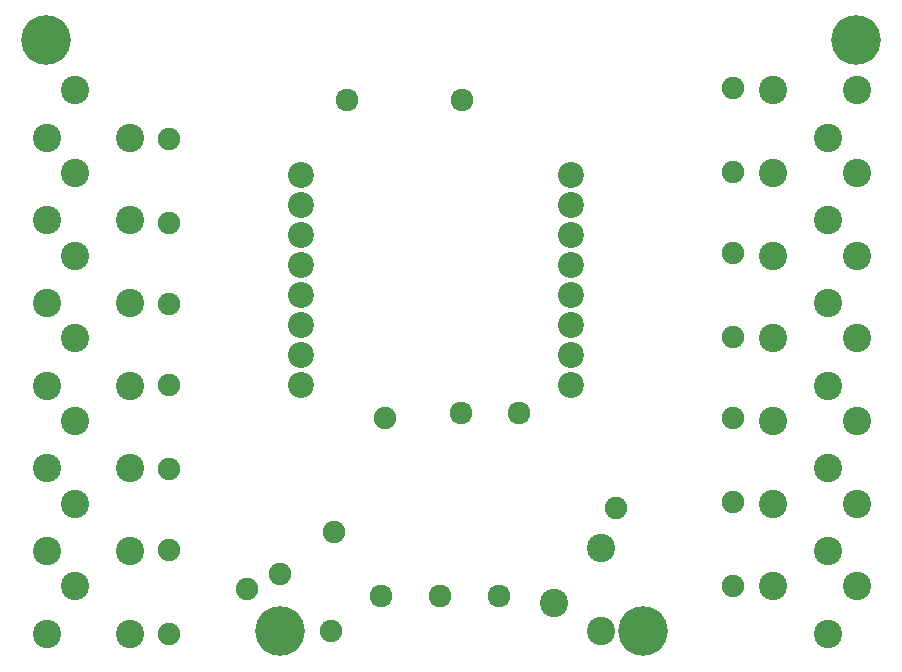
<source format=gbr>
G04 #@! TF.FileFunction,Soldermask,Bot*
%FSLAX46Y46*%
G04 Gerber Fmt 4.6, Leading zero omitted, Abs format (unit mm)*
G04 Created by KiCad (PCBNEW 4.0.7) date Tuesday, June 05, 2018 'PMt' 05:00:48 PM*
%MOMM*%
%LPD*%
G01*
G04 APERTURE LIST*
%ADD10C,0.100000*%
%ADD11C,1.900000*%
%ADD12C,1.924000*%
%ADD13C,2.400000*%
%ADD14C,2.200000*%
%ADD15C,4.200000*%
G04 APERTURE END LIST*
D10*
D11*
X43942000Y-129794000D03*
D12*
X48150000Y-126850000D03*
X53150000Y-126850000D03*
X58150000Y-126850000D03*
D13*
X22244000Y-126000000D03*
X19844000Y-130000000D03*
X26894000Y-130000000D03*
X22244000Y-119000000D03*
X19844000Y-123000000D03*
X26894000Y-123000000D03*
X22244000Y-112000000D03*
X19844000Y-116000000D03*
X26894000Y-116000000D03*
X22244000Y-105000000D03*
X19844000Y-109000000D03*
X26894000Y-109000000D03*
X22244000Y-98000000D03*
X19844000Y-102000000D03*
X26894000Y-102000000D03*
X22244000Y-91000000D03*
X19844000Y-95000000D03*
X26894000Y-95000000D03*
X22244000Y-84000000D03*
X19844000Y-88000000D03*
X26894000Y-88000000D03*
X86026000Y-88000000D03*
X88426000Y-84000000D03*
X81376000Y-84000000D03*
X86026000Y-95000000D03*
X88426000Y-91000000D03*
X81376000Y-91000000D03*
X86026000Y-102000000D03*
X88426000Y-98000000D03*
X81376000Y-98000000D03*
X86026000Y-109000000D03*
X88426000Y-105000000D03*
X81376000Y-105000000D03*
X86026000Y-116000000D03*
X88426000Y-112000000D03*
X81376000Y-112000000D03*
X86026000Y-123000000D03*
X88426000Y-119000000D03*
X81376000Y-119000000D03*
X86026000Y-130000000D03*
X88426000Y-126000000D03*
X81376000Y-126000000D03*
X62770000Y-127376000D03*
X66770000Y-129776000D03*
X66770000Y-122726000D03*
D14*
X64262000Y-108966000D03*
X64262000Y-106426000D03*
X64262000Y-103886000D03*
X64262000Y-101346000D03*
X64262000Y-98806000D03*
X64262000Y-96266000D03*
X64262000Y-93726000D03*
X64262000Y-91186000D03*
X41402000Y-91186000D03*
X41402000Y-93726000D03*
X41402000Y-96266000D03*
X41402000Y-98806000D03*
X41402000Y-101346000D03*
X41402000Y-103886000D03*
X41402000Y-106426000D03*
X41402000Y-108966000D03*
D11*
X44196000Y-121412000D03*
X39624000Y-124968000D03*
X36830000Y-126238000D03*
X48514000Y-111760000D03*
X30226000Y-130048000D03*
X30226000Y-122936000D03*
X30226000Y-116078000D03*
X30226000Y-108966000D03*
X30226000Y-102108000D03*
X30226000Y-95250000D03*
X30226000Y-88138000D03*
X77978000Y-83820000D03*
X77978000Y-90932000D03*
X77978000Y-97790000D03*
X77978000Y-104902000D03*
X77978000Y-111760000D03*
X77978000Y-118872000D03*
X77978000Y-125984000D03*
X68072000Y-119380000D03*
D15*
X19812000Y-79756000D03*
X88392000Y-79756000D03*
X39624000Y-129794000D03*
X70358000Y-129794000D03*
D12*
X54892000Y-111280000D03*
X59792000Y-111280000D03*
X54992000Y-84780000D03*
X45292000Y-84780000D03*
M02*

</source>
